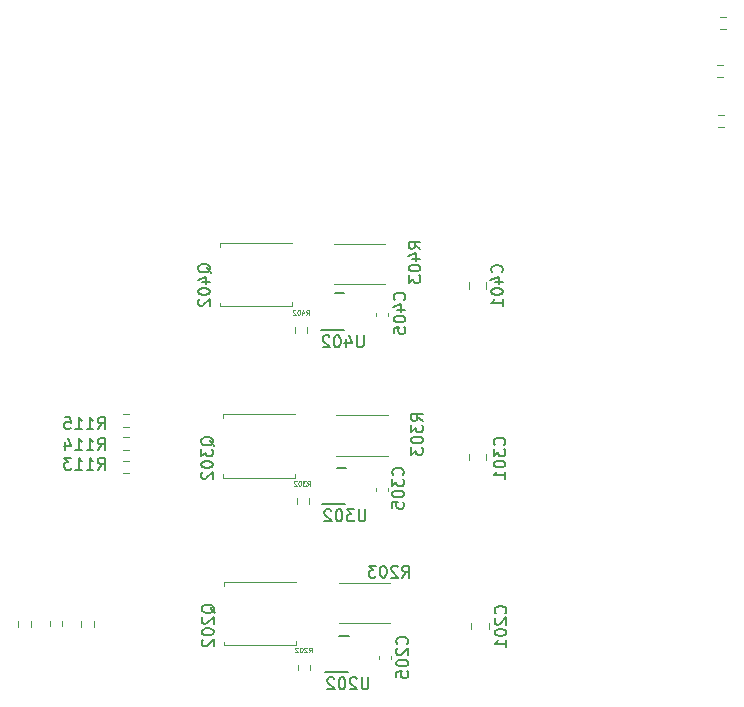
<source format=gbr>
%TF.GenerationSoftware,KiCad,Pcbnew,7.0.9*%
%TF.CreationDate,2023-12-30T21:06:32-05:00*%
%TF.ProjectId,esc,6573632e-6b69-4636-9164-5f7063625858,rev?*%
%TF.SameCoordinates,Original*%
%TF.FileFunction,Legend,Bot*%
%TF.FilePolarity,Positive*%
%FSLAX46Y46*%
G04 Gerber Fmt 4.6, Leading zero omitted, Abs format (unit mm)*
G04 Created by KiCad (PCBNEW 7.0.9) date 2023-12-30 21:06:32*
%MOMM*%
%LPD*%
G01*
G04 APERTURE LIST*
%ADD10C,0.150000*%
%ADD11C,0.100000*%
%ADD12C,0.200000*%
%ADD13C,0.120000*%
G04 APERTURE END LIST*
D10*
X72021485Y-111773619D02*
X72021485Y-112583142D01*
X72021485Y-112583142D02*
X71973866Y-112678380D01*
X71973866Y-112678380D02*
X71926247Y-112726000D01*
X71926247Y-112726000D02*
X71831009Y-112773619D01*
X71831009Y-112773619D02*
X71640533Y-112773619D01*
X71640533Y-112773619D02*
X71545295Y-112726000D01*
X71545295Y-112726000D02*
X71497676Y-112678380D01*
X71497676Y-112678380D02*
X71450057Y-112583142D01*
X71450057Y-112583142D02*
X71450057Y-111773619D01*
X71069104Y-111773619D02*
X70450057Y-111773619D01*
X70450057Y-111773619D02*
X70783390Y-112154571D01*
X70783390Y-112154571D02*
X70640533Y-112154571D01*
X70640533Y-112154571D02*
X70545295Y-112202190D01*
X70545295Y-112202190D02*
X70497676Y-112249809D01*
X70497676Y-112249809D02*
X70450057Y-112345047D01*
X70450057Y-112345047D02*
X70450057Y-112583142D01*
X70450057Y-112583142D02*
X70497676Y-112678380D01*
X70497676Y-112678380D02*
X70545295Y-112726000D01*
X70545295Y-112726000D02*
X70640533Y-112773619D01*
X70640533Y-112773619D02*
X70926247Y-112773619D01*
X70926247Y-112773619D02*
X71021485Y-112726000D01*
X71021485Y-112726000D02*
X71069104Y-112678380D01*
X69831009Y-111773619D02*
X69735771Y-111773619D01*
X69735771Y-111773619D02*
X69640533Y-111821238D01*
X69640533Y-111821238D02*
X69592914Y-111868857D01*
X69592914Y-111868857D02*
X69545295Y-111964095D01*
X69545295Y-111964095D02*
X69497676Y-112154571D01*
X69497676Y-112154571D02*
X69497676Y-112392666D01*
X69497676Y-112392666D02*
X69545295Y-112583142D01*
X69545295Y-112583142D02*
X69592914Y-112678380D01*
X69592914Y-112678380D02*
X69640533Y-112726000D01*
X69640533Y-112726000D02*
X69735771Y-112773619D01*
X69735771Y-112773619D02*
X69831009Y-112773619D01*
X69831009Y-112773619D02*
X69926247Y-112726000D01*
X69926247Y-112726000D02*
X69973866Y-112678380D01*
X69973866Y-112678380D02*
X70021485Y-112583142D01*
X70021485Y-112583142D02*
X70069104Y-112392666D01*
X70069104Y-112392666D02*
X70069104Y-112154571D01*
X70069104Y-112154571D02*
X70021485Y-111964095D01*
X70021485Y-111964095D02*
X69973866Y-111868857D01*
X69973866Y-111868857D02*
X69926247Y-111821238D01*
X69926247Y-111821238D02*
X69831009Y-111773619D01*
X69116723Y-111868857D02*
X69069104Y-111821238D01*
X69069104Y-111821238D02*
X68973866Y-111773619D01*
X68973866Y-111773619D02*
X68735771Y-111773619D01*
X68735771Y-111773619D02*
X68640533Y-111821238D01*
X68640533Y-111821238D02*
X68592914Y-111868857D01*
X68592914Y-111868857D02*
X68545295Y-111964095D01*
X68545295Y-111964095D02*
X68545295Y-112059333D01*
X68545295Y-112059333D02*
X68592914Y-112202190D01*
X68592914Y-112202190D02*
X69164342Y-112773619D01*
X69164342Y-112773619D02*
X68545295Y-112773619D01*
X72275485Y-125997619D02*
X72275485Y-126807142D01*
X72275485Y-126807142D02*
X72227866Y-126902380D01*
X72227866Y-126902380D02*
X72180247Y-126950000D01*
X72180247Y-126950000D02*
X72085009Y-126997619D01*
X72085009Y-126997619D02*
X71894533Y-126997619D01*
X71894533Y-126997619D02*
X71799295Y-126950000D01*
X71799295Y-126950000D02*
X71751676Y-126902380D01*
X71751676Y-126902380D02*
X71704057Y-126807142D01*
X71704057Y-126807142D02*
X71704057Y-125997619D01*
X71275485Y-126092857D02*
X71227866Y-126045238D01*
X71227866Y-126045238D02*
X71132628Y-125997619D01*
X71132628Y-125997619D02*
X70894533Y-125997619D01*
X70894533Y-125997619D02*
X70799295Y-126045238D01*
X70799295Y-126045238D02*
X70751676Y-126092857D01*
X70751676Y-126092857D02*
X70704057Y-126188095D01*
X70704057Y-126188095D02*
X70704057Y-126283333D01*
X70704057Y-126283333D02*
X70751676Y-126426190D01*
X70751676Y-126426190D02*
X71323104Y-126997619D01*
X71323104Y-126997619D02*
X70704057Y-126997619D01*
X70085009Y-125997619D02*
X69989771Y-125997619D01*
X69989771Y-125997619D02*
X69894533Y-126045238D01*
X69894533Y-126045238D02*
X69846914Y-126092857D01*
X69846914Y-126092857D02*
X69799295Y-126188095D01*
X69799295Y-126188095D02*
X69751676Y-126378571D01*
X69751676Y-126378571D02*
X69751676Y-126616666D01*
X69751676Y-126616666D02*
X69799295Y-126807142D01*
X69799295Y-126807142D02*
X69846914Y-126902380D01*
X69846914Y-126902380D02*
X69894533Y-126950000D01*
X69894533Y-126950000D02*
X69989771Y-126997619D01*
X69989771Y-126997619D02*
X70085009Y-126997619D01*
X70085009Y-126997619D02*
X70180247Y-126950000D01*
X70180247Y-126950000D02*
X70227866Y-126902380D01*
X70227866Y-126902380D02*
X70275485Y-126807142D01*
X70275485Y-126807142D02*
X70323104Y-126616666D01*
X70323104Y-126616666D02*
X70323104Y-126378571D01*
X70323104Y-126378571D02*
X70275485Y-126188095D01*
X70275485Y-126188095D02*
X70227866Y-126092857D01*
X70227866Y-126092857D02*
X70180247Y-126045238D01*
X70180247Y-126045238D02*
X70085009Y-125997619D01*
X69370723Y-126092857D02*
X69323104Y-126045238D01*
X69323104Y-126045238D02*
X69227866Y-125997619D01*
X69227866Y-125997619D02*
X68989771Y-125997619D01*
X68989771Y-125997619D02*
X68894533Y-126045238D01*
X68894533Y-126045238D02*
X68846914Y-126092857D01*
X68846914Y-126092857D02*
X68799295Y-126188095D01*
X68799295Y-126188095D02*
X68799295Y-126283333D01*
X68799295Y-126283333D02*
X68846914Y-126426190D01*
X68846914Y-126426190D02*
X69418342Y-126997619D01*
X69418342Y-126997619D02*
X68799295Y-126997619D01*
X71869085Y-97041619D02*
X71869085Y-97851142D01*
X71869085Y-97851142D02*
X71821466Y-97946380D01*
X71821466Y-97946380D02*
X71773847Y-97994000D01*
X71773847Y-97994000D02*
X71678609Y-98041619D01*
X71678609Y-98041619D02*
X71488133Y-98041619D01*
X71488133Y-98041619D02*
X71392895Y-97994000D01*
X71392895Y-97994000D02*
X71345276Y-97946380D01*
X71345276Y-97946380D02*
X71297657Y-97851142D01*
X71297657Y-97851142D02*
X71297657Y-97041619D01*
X70392895Y-97374952D02*
X70392895Y-98041619D01*
X70630990Y-96994000D02*
X70869085Y-97708285D01*
X70869085Y-97708285D02*
X70250038Y-97708285D01*
X69678609Y-97041619D02*
X69583371Y-97041619D01*
X69583371Y-97041619D02*
X69488133Y-97089238D01*
X69488133Y-97089238D02*
X69440514Y-97136857D01*
X69440514Y-97136857D02*
X69392895Y-97232095D01*
X69392895Y-97232095D02*
X69345276Y-97422571D01*
X69345276Y-97422571D02*
X69345276Y-97660666D01*
X69345276Y-97660666D02*
X69392895Y-97851142D01*
X69392895Y-97851142D02*
X69440514Y-97946380D01*
X69440514Y-97946380D02*
X69488133Y-97994000D01*
X69488133Y-97994000D02*
X69583371Y-98041619D01*
X69583371Y-98041619D02*
X69678609Y-98041619D01*
X69678609Y-98041619D02*
X69773847Y-97994000D01*
X69773847Y-97994000D02*
X69821466Y-97946380D01*
X69821466Y-97946380D02*
X69869085Y-97851142D01*
X69869085Y-97851142D02*
X69916704Y-97660666D01*
X69916704Y-97660666D02*
X69916704Y-97422571D01*
X69916704Y-97422571D02*
X69869085Y-97232095D01*
X69869085Y-97232095D02*
X69821466Y-97136857D01*
X69821466Y-97136857D02*
X69773847Y-97089238D01*
X69773847Y-97089238D02*
X69678609Y-97041619D01*
X68964323Y-97136857D02*
X68916704Y-97089238D01*
X68916704Y-97089238D02*
X68821466Y-97041619D01*
X68821466Y-97041619D02*
X68583371Y-97041619D01*
X68583371Y-97041619D02*
X68488133Y-97089238D01*
X68488133Y-97089238D02*
X68440514Y-97136857D01*
X68440514Y-97136857D02*
X68392895Y-97232095D01*
X68392895Y-97232095D02*
X68392895Y-97327333D01*
X68392895Y-97327333D02*
X68440514Y-97470190D01*
X68440514Y-97470190D02*
X69011942Y-98041619D01*
X69011942Y-98041619D02*
X68392895Y-98041619D01*
X58956264Y-91736924D02*
X58908645Y-91641686D01*
X58908645Y-91641686D02*
X58813407Y-91546448D01*
X58813407Y-91546448D02*
X58670549Y-91403591D01*
X58670549Y-91403591D02*
X58622930Y-91308353D01*
X58622930Y-91308353D02*
X58622930Y-91213115D01*
X58861026Y-91260734D02*
X58813407Y-91165496D01*
X58813407Y-91165496D02*
X58718168Y-91070258D01*
X58718168Y-91070258D02*
X58527692Y-91022639D01*
X58527692Y-91022639D02*
X58194359Y-91022639D01*
X58194359Y-91022639D02*
X58003883Y-91070258D01*
X58003883Y-91070258D02*
X57908645Y-91165496D01*
X57908645Y-91165496D02*
X57861026Y-91260734D01*
X57861026Y-91260734D02*
X57861026Y-91451210D01*
X57861026Y-91451210D02*
X57908645Y-91546448D01*
X57908645Y-91546448D02*
X58003883Y-91641686D01*
X58003883Y-91641686D02*
X58194359Y-91689305D01*
X58194359Y-91689305D02*
X58527692Y-91689305D01*
X58527692Y-91689305D02*
X58718168Y-91641686D01*
X58718168Y-91641686D02*
X58813407Y-91546448D01*
X58813407Y-91546448D02*
X58861026Y-91451210D01*
X58861026Y-91451210D02*
X58861026Y-91260734D01*
X58194359Y-92546448D02*
X58861026Y-92546448D01*
X57813407Y-92308353D02*
X58527692Y-92070258D01*
X58527692Y-92070258D02*
X58527692Y-92689305D01*
X57861026Y-93260734D02*
X57861026Y-93355972D01*
X57861026Y-93355972D02*
X57908645Y-93451210D01*
X57908645Y-93451210D02*
X57956264Y-93498829D01*
X57956264Y-93498829D02*
X58051502Y-93546448D01*
X58051502Y-93546448D02*
X58241978Y-93594067D01*
X58241978Y-93594067D02*
X58480073Y-93594067D01*
X58480073Y-93594067D02*
X58670549Y-93546448D01*
X58670549Y-93546448D02*
X58765787Y-93498829D01*
X58765787Y-93498829D02*
X58813407Y-93451210D01*
X58813407Y-93451210D02*
X58861026Y-93355972D01*
X58861026Y-93355972D02*
X58861026Y-93260734D01*
X58861026Y-93260734D02*
X58813407Y-93165496D01*
X58813407Y-93165496D02*
X58765787Y-93117877D01*
X58765787Y-93117877D02*
X58670549Y-93070258D01*
X58670549Y-93070258D02*
X58480073Y-93022639D01*
X58480073Y-93022639D02*
X58241978Y-93022639D01*
X58241978Y-93022639D02*
X58051502Y-93070258D01*
X58051502Y-93070258D02*
X57956264Y-93117877D01*
X57956264Y-93117877D02*
X57908645Y-93165496D01*
X57908645Y-93165496D02*
X57861026Y-93260734D01*
X57956264Y-93975020D02*
X57908645Y-94022639D01*
X57908645Y-94022639D02*
X57861026Y-94117877D01*
X57861026Y-94117877D02*
X57861026Y-94355972D01*
X57861026Y-94355972D02*
X57908645Y-94451210D01*
X57908645Y-94451210D02*
X57956264Y-94498829D01*
X57956264Y-94498829D02*
X58051502Y-94546448D01*
X58051502Y-94546448D02*
X58146740Y-94546448D01*
X58146740Y-94546448D02*
X58289597Y-94498829D01*
X58289597Y-94498829D02*
X58861026Y-93927401D01*
X58861026Y-93927401D02*
X58861026Y-94546448D01*
X75146254Y-117535363D02*
X75479587Y-117059172D01*
X75717682Y-117535363D02*
X75717682Y-116535363D01*
X75717682Y-116535363D02*
X75336730Y-116535363D01*
X75336730Y-116535363D02*
X75241492Y-116582982D01*
X75241492Y-116582982D02*
X75193873Y-116630601D01*
X75193873Y-116630601D02*
X75146254Y-116725839D01*
X75146254Y-116725839D02*
X75146254Y-116868696D01*
X75146254Y-116868696D02*
X75193873Y-116963934D01*
X75193873Y-116963934D02*
X75241492Y-117011553D01*
X75241492Y-117011553D02*
X75336730Y-117059172D01*
X75336730Y-117059172D02*
X75717682Y-117059172D01*
X74765301Y-116630601D02*
X74717682Y-116582982D01*
X74717682Y-116582982D02*
X74622444Y-116535363D01*
X74622444Y-116535363D02*
X74384349Y-116535363D01*
X74384349Y-116535363D02*
X74289111Y-116582982D01*
X74289111Y-116582982D02*
X74241492Y-116630601D01*
X74241492Y-116630601D02*
X74193873Y-116725839D01*
X74193873Y-116725839D02*
X74193873Y-116821077D01*
X74193873Y-116821077D02*
X74241492Y-116963934D01*
X74241492Y-116963934D02*
X74812920Y-117535363D01*
X74812920Y-117535363D02*
X74193873Y-117535363D01*
X73574825Y-116535363D02*
X73479587Y-116535363D01*
X73479587Y-116535363D02*
X73384349Y-116582982D01*
X73384349Y-116582982D02*
X73336730Y-116630601D01*
X73336730Y-116630601D02*
X73289111Y-116725839D01*
X73289111Y-116725839D02*
X73241492Y-116916315D01*
X73241492Y-116916315D02*
X73241492Y-117154410D01*
X73241492Y-117154410D02*
X73289111Y-117344886D01*
X73289111Y-117344886D02*
X73336730Y-117440124D01*
X73336730Y-117440124D02*
X73384349Y-117487744D01*
X73384349Y-117487744D02*
X73479587Y-117535363D01*
X73479587Y-117535363D02*
X73574825Y-117535363D01*
X73574825Y-117535363D02*
X73670063Y-117487744D01*
X73670063Y-117487744D02*
X73717682Y-117440124D01*
X73717682Y-117440124D02*
X73765301Y-117344886D01*
X73765301Y-117344886D02*
X73812920Y-117154410D01*
X73812920Y-117154410D02*
X73812920Y-116916315D01*
X73812920Y-116916315D02*
X73765301Y-116725839D01*
X73765301Y-116725839D02*
X73717682Y-116630601D01*
X73717682Y-116630601D02*
X73670063Y-116582982D01*
X73670063Y-116582982D02*
X73574825Y-116535363D01*
X72908158Y-116535363D02*
X72289111Y-116535363D01*
X72289111Y-116535363D02*
X72622444Y-116916315D01*
X72622444Y-116916315D02*
X72479587Y-116916315D01*
X72479587Y-116916315D02*
X72384349Y-116963934D01*
X72384349Y-116963934D02*
X72336730Y-117011553D01*
X72336730Y-117011553D02*
X72289111Y-117106791D01*
X72289111Y-117106791D02*
X72289111Y-117344886D01*
X72289111Y-117344886D02*
X72336730Y-117440124D01*
X72336730Y-117440124D02*
X72384349Y-117487744D01*
X72384349Y-117487744D02*
X72479587Y-117535363D01*
X72479587Y-117535363D02*
X72765301Y-117535363D01*
X72765301Y-117535363D02*
X72860539Y-117487744D01*
X72860539Y-117487744D02*
X72908158Y-117440124D01*
X83870787Y-120580446D02*
X83918407Y-120532827D01*
X83918407Y-120532827D02*
X83966026Y-120389970D01*
X83966026Y-120389970D02*
X83966026Y-120294732D01*
X83966026Y-120294732D02*
X83918407Y-120151875D01*
X83918407Y-120151875D02*
X83823168Y-120056637D01*
X83823168Y-120056637D02*
X83727930Y-120009018D01*
X83727930Y-120009018D02*
X83537454Y-119961399D01*
X83537454Y-119961399D02*
X83394597Y-119961399D01*
X83394597Y-119961399D02*
X83204121Y-120009018D01*
X83204121Y-120009018D02*
X83108883Y-120056637D01*
X83108883Y-120056637D02*
X83013645Y-120151875D01*
X83013645Y-120151875D02*
X82966026Y-120294732D01*
X82966026Y-120294732D02*
X82966026Y-120389970D01*
X82966026Y-120389970D02*
X83013645Y-120532827D01*
X83013645Y-120532827D02*
X83061264Y-120580446D01*
X83061264Y-120961399D02*
X83013645Y-121009018D01*
X83013645Y-121009018D02*
X82966026Y-121104256D01*
X82966026Y-121104256D02*
X82966026Y-121342351D01*
X82966026Y-121342351D02*
X83013645Y-121437589D01*
X83013645Y-121437589D02*
X83061264Y-121485208D01*
X83061264Y-121485208D02*
X83156502Y-121532827D01*
X83156502Y-121532827D02*
X83251740Y-121532827D01*
X83251740Y-121532827D02*
X83394597Y-121485208D01*
X83394597Y-121485208D02*
X83966026Y-120913780D01*
X83966026Y-120913780D02*
X83966026Y-121532827D01*
X82966026Y-122151875D02*
X82966026Y-122247113D01*
X82966026Y-122247113D02*
X83013645Y-122342351D01*
X83013645Y-122342351D02*
X83061264Y-122389970D01*
X83061264Y-122389970D02*
X83156502Y-122437589D01*
X83156502Y-122437589D02*
X83346978Y-122485208D01*
X83346978Y-122485208D02*
X83585073Y-122485208D01*
X83585073Y-122485208D02*
X83775549Y-122437589D01*
X83775549Y-122437589D02*
X83870787Y-122389970D01*
X83870787Y-122389970D02*
X83918407Y-122342351D01*
X83918407Y-122342351D02*
X83966026Y-122247113D01*
X83966026Y-122247113D02*
X83966026Y-122151875D01*
X83966026Y-122151875D02*
X83918407Y-122056637D01*
X83918407Y-122056637D02*
X83870787Y-122009018D01*
X83870787Y-122009018D02*
X83775549Y-121961399D01*
X83775549Y-121961399D02*
X83585073Y-121913780D01*
X83585073Y-121913780D02*
X83346978Y-121913780D01*
X83346978Y-121913780D02*
X83156502Y-121961399D01*
X83156502Y-121961399D02*
X83061264Y-122009018D01*
X83061264Y-122009018D02*
X83013645Y-122056637D01*
X83013645Y-122056637D02*
X82966026Y-122151875D01*
X83966026Y-123437589D02*
X83966026Y-122866161D01*
X83966026Y-123151875D02*
X82966026Y-123151875D01*
X82966026Y-123151875D02*
X83108883Y-123056637D01*
X83108883Y-123056637D02*
X83204121Y-122961399D01*
X83204121Y-122961399D02*
X83251740Y-122866161D01*
D11*
X67014825Y-95289391D02*
X67148158Y-95098915D01*
X67243396Y-95289391D02*
X67243396Y-94889391D01*
X67243396Y-94889391D02*
X67091015Y-94889391D01*
X67091015Y-94889391D02*
X67052920Y-94908439D01*
X67052920Y-94908439D02*
X67033873Y-94927486D01*
X67033873Y-94927486D02*
X67014825Y-94965582D01*
X67014825Y-94965582D02*
X67014825Y-95022724D01*
X67014825Y-95022724D02*
X67033873Y-95060820D01*
X67033873Y-95060820D02*
X67052920Y-95079867D01*
X67052920Y-95079867D02*
X67091015Y-95098915D01*
X67091015Y-95098915D02*
X67243396Y-95098915D01*
X66671968Y-95022724D02*
X66671968Y-95289391D01*
X66767206Y-94870344D02*
X66862444Y-95156058D01*
X66862444Y-95156058D02*
X66614825Y-95156058D01*
X66386254Y-94889391D02*
X66348159Y-94889391D01*
X66348159Y-94889391D02*
X66310063Y-94908439D01*
X66310063Y-94908439D02*
X66291016Y-94927486D01*
X66291016Y-94927486D02*
X66271968Y-94965582D01*
X66271968Y-94965582D02*
X66252921Y-95041772D01*
X66252921Y-95041772D02*
X66252921Y-95137010D01*
X66252921Y-95137010D02*
X66271968Y-95213201D01*
X66271968Y-95213201D02*
X66291016Y-95251296D01*
X66291016Y-95251296D02*
X66310063Y-95270344D01*
X66310063Y-95270344D02*
X66348159Y-95289391D01*
X66348159Y-95289391D02*
X66386254Y-95289391D01*
X66386254Y-95289391D02*
X66424349Y-95270344D01*
X66424349Y-95270344D02*
X66443397Y-95251296D01*
X66443397Y-95251296D02*
X66462444Y-95213201D01*
X66462444Y-95213201D02*
X66481492Y-95137010D01*
X66481492Y-95137010D02*
X66481492Y-95041772D01*
X66481492Y-95041772D02*
X66462444Y-94965582D01*
X66462444Y-94965582D02*
X66443397Y-94927486D01*
X66443397Y-94927486D02*
X66424349Y-94908439D01*
X66424349Y-94908439D02*
X66386254Y-94889391D01*
X66100540Y-94927486D02*
X66081492Y-94908439D01*
X66081492Y-94908439D02*
X66043397Y-94889391D01*
X66043397Y-94889391D02*
X65948159Y-94889391D01*
X65948159Y-94889391D02*
X65910064Y-94908439D01*
X65910064Y-94908439D02*
X65891016Y-94927486D01*
X65891016Y-94927486D02*
X65871969Y-94965582D01*
X65871969Y-94965582D02*
X65871969Y-95003677D01*
X65871969Y-95003677D02*
X65891016Y-95060820D01*
X65891016Y-95060820D02*
X66119588Y-95289391D01*
X66119588Y-95289391D02*
X65871969Y-95289391D01*
X67108825Y-109767391D02*
X67242158Y-109576915D01*
X67337396Y-109767391D02*
X67337396Y-109367391D01*
X67337396Y-109367391D02*
X67185015Y-109367391D01*
X67185015Y-109367391D02*
X67146920Y-109386439D01*
X67146920Y-109386439D02*
X67127873Y-109405486D01*
X67127873Y-109405486D02*
X67108825Y-109443582D01*
X67108825Y-109443582D02*
X67108825Y-109500724D01*
X67108825Y-109500724D02*
X67127873Y-109538820D01*
X67127873Y-109538820D02*
X67146920Y-109557867D01*
X67146920Y-109557867D02*
X67185015Y-109576915D01*
X67185015Y-109576915D02*
X67337396Y-109576915D01*
X66975492Y-109367391D02*
X66727873Y-109367391D01*
X66727873Y-109367391D02*
X66861206Y-109519772D01*
X66861206Y-109519772D02*
X66804063Y-109519772D01*
X66804063Y-109519772D02*
X66765968Y-109538820D01*
X66765968Y-109538820D02*
X66746920Y-109557867D01*
X66746920Y-109557867D02*
X66727873Y-109595963D01*
X66727873Y-109595963D02*
X66727873Y-109691201D01*
X66727873Y-109691201D02*
X66746920Y-109729296D01*
X66746920Y-109729296D02*
X66765968Y-109748344D01*
X66765968Y-109748344D02*
X66804063Y-109767391D01*
X66804063Y-109767391D02*
X66918349Y-109767391D01*
X66918349Y-109767391D02*
X66956444Y-109748344D01*
X66956444Y-109748344D02*
X66975492Y-109729296D01*
X66480254Y-109367391D02*
X66442159Y-109367391D01*
X66442159Y-109367391D02*
X66404063Y-109386439D01*
X66404063Y-109386439D02*
X66385016Y-109405486D01*
X66385016Y-109405486D02*
X66365968Y-109443582D01*
X66365968Y-109443582D02*
X66346921Y-109519772D01*
X66346921Y-109519772D02*
X66346921Y-109615010D01*
X66346921Y-109615010D02*
X66365968Y-109691201D01*
X66365968Y-109691201D02*
X66385016Y-109729296D01*
X66385016Y-109729296D02*
X66404063Y-109748344D01*
X66404063Y-109748344D02*
X66442159Y-109767391D01*
X66442159Y-109767391D02*
X66480254Y-109767391D01*
X66480254Y-109767391D02*
X66518349Y-109748344D01*
X66518349Y-109748344D02*
X66537397Y-109729296D01*
X66537397Y-109729296D02*
X66556444Y-109691201D01*
X66556444Y-109691201D02*
X66575492Y-109615010D01*
X66575492Y-109615010D02*
X66575492Y-109519772D01*
X66575492Y-109519772D02*
X66556444Y-109443582D01*
X66556444Y-109443582D02*
X66537397Y-109405486D01*
X66537397Y-109405486D02*
X66518349Y-109386439D01*
X66518349Y-109386439D02*
X66480254Y-109367391D01*
X66194540Y-109405486D02*
X66175492Y-109386439D01*
X66175492Y-109386439D02*
X66137397Y-109367391D01*
X66137397Y-109367391D02*
X66042159Y-109367391D01*
X66042159Y-109367391D02*
X66004064Y-109386439D01*
X66004064Y-109386439D02*
X65985016Y-109405486D01*
X65985016Y-109405486D02*
X65965969Y-109443582D01*
X65965969Y-109443582D02*
X65965969Y-109481677D01*
X65965969Y-109481677D02*
X65985016Y-109538820D01*
X65985016Y-109538820D02*
X66213588Y-109767391D01*
X66213588Y-109767391D02*
X65965969Y-109767391D01*
D10*
X49365254Y-104962363D02*
X49698587Y-104486172D01*
X49936682Y-104962363D02*
X49936682Y-103962363D01*
X49936682Y-103962363D02*
X49555730Y-103962363D01*
X49555730Y-103962363D02*
X49460492Y-104009982D01*
X49460492Y-104009982D02*
X49412873Y-104057601D01*
X49412873Y-104057601D02*
X49365254Y-104152839D01*
X49365254Y-104152839D02*
X49365254Y-104295696D01*
X49365254Y-104295696D02*
X49412873Y-104390934D01*
X49412873Y-104390934D02*
X49460492Y-104438553D01*
X49460492Y-104438553D02*
X49555730Y-104486172D01*
X49555730Y-104486172D02*
X49936682Y-104486172D01*
X48412873Y-104962363D02*
X48984301Y-104962363D01*
X48698587Y-104962363D02*
X48698587Y-103962363D01*
X48698587Y-103962363D02*
X48793825Y-104105220D01*
X48793825Y-104105220D02*
X48889063Y-104200458D01*
X48889063Y-104200458D02*
X48984301Y-104248077D01*
X47460492Y-104962363D02*
X48031920Y-104962363D01*
X47746206Y-104962363D02*
X47746206Y-103962363D01*
X47746206Y-103962363D02*
X47841444Y-104105220D01*
X47841444Y-104105220D02*
X47936682Y-104200458D01*
X47936682Y-104200458D02*
X48031920Y-104248077D01*
X46555730Y-103962363D02*
X47031920Y-103962363D01*
X47031920Y-103962363D02*
X47079539Y-104438553D01*
X47079539Y-104438553D02*
X47031920Y-104390934D01*
X47031920Y-104390934D02*
X46936682Y-104343315D01*
X46936682Y-104343315D02*
X46698587Y-104343315D01*
X46698587Y-104343315D02*
X46603349Y-104390934D01*
X46603349Y-104390934D02*
X46555730Y-104438553D01*
X46555730Y-104438553D02*
X46508111Y-104533791D01*
X46508111Y-104533791D02*
X46508111Y-104771886D01*
X46508111Y-104771886D02*
X46555730Y-104867124D01*
X46555730Y-104867124D02*
X46603349Y-104914744D01*
X46603349Y-104914744D02*
X46698587Y-104962363D01*
X46698587Y-104962363D02*
X46936682Y-104962363D01*
X46936682Y-104962363D02*
X47031920Y-104914744D01*
X47031920Y-104914744D02*
X47079539Y-104867124D01*
X75308787Y-94039496D02*
X75356407Y-93991877D01*
X75356407Y-93991877D02*
X75404026Y-93849020D01*
X75404026Y-93849020D02*
X75404026Y-93753782D01*
X75404026Y-93753782D02*
X75356407Y-93610925D01*
X75356407Y-93610925D02*
X75261168Y-93515687D01*
X75261168Y-93515687D02*
X75165930Y-93468068D01*
X75165930Y-93468068D02*
X74975454Y-93420449D01*
X74975454Y-93420449D02*
X74832597Y-93420449D01*
X74832597Y-93420449D02*
X74642121Y-93468068D01*
X74642121Y-93468068D02*
X74546883Y-93515687D01*
X74546883Y-93515687D02*
X74451645Y-93610925D01*
X74451645Y-93610925D02*
X74404026Y-93753782D01*
X74404026Y-93753782D02*
X74404026Y-93849020D01*
X74404026Y-93849020D02*
X74451645Y-93991877D01*
X74451645Y-93991877D02*
X74499264Y-94039496D01*
X74737359Y-94896639D02*
X75404026Y-94896639D01*
X74356407Y-94658544D02*
X75070692Y-94420449D01*
X75070692Y-94420449D02*
X75070692Y-95039496D01*
X74404026Y-95610925D02*
X74404026Y-95706163D01*
X74404026Y-95706163D02*
X74451645Y-95801401D01*
X74451645Y-95801401D02*
X74499264Y-95849020D01*
X74499264Y-95849020D02*
X74594502Y-95896639D01*
X74594502Y-95896639D02*
X74784978Y-95944258D01*
X74784978Y-95944258D02*
X75023073Y-95944258D01*
X75023073Y-95944258D02*
X75213549Y-95896639D01*
X75213549Y-95896639D02*
X75308787Y-95849020D01*
X75308787Y-95849020D02*
X75356407Y-95801401D01*
X75356407Y-95801401D02*
X75404026Y-95706163D01*
X75404026Y-95706163D02*
X75404026Y-95610925D01*
X75404026Y-95610925D02*
X75356407Y-95515687D01*
X75356407Y-95515687D02*
X75308787Y-95468068D01*
X75308787Y-95468068D02*
X75213549Y-95420449D01*
X75213549Y-95420449D02*
X75023073Y-95372830D01*
X75023073Y-95372830D02*
X74784978Y-95372830D01*
X74784978Y-95372830D02*
X74594502Y-95420449D01*
X74594502Y-95420449D02*
X74499264Y-95468068D01*
X74499264Y-95468068D02*
X74451645Y-95515687D01*
X74451645Y-95515687D02*
X74404026Y-95610925D01*
X74404026Y-96849020D02*
X74404026Y-96372830D01*
X74404026Y-96372830D02*
X74880216Y-96325211D01*
X74880216Y-96325211D02*
X74832597Y-96372830D01*
X74832597Y-96372830D02*
X74784978Y-96468068D01*
X74784978Y-96468068D02*
X74784978Y-96706163D01*
X74784978Y-96706163D02*
X74832597Y-96801401D01*
X74832597Y-96801401D02*
X74880216Y-96849020D01*
X74880216Y-96849020D02*
X74975454Y-96896639D01*
X74975454Y-96896639D02*
X75213549Y-96896639D01*
X75213549Y-96896639D02*
X75308787Y-96849020D01*
X75308787Y-96849020D02*
X75356407Y-96801401D01*
X75356407Y-96801401D02*
X75404026Y-96706163D01*
X75404026Y-96706163D02*
X75404026Y-96468068D01*
X75404026Y-96468068D02*
X75356407Y-96372830D01*
X75356407Y-96372830D02*
X75308787Y-96325211D01*
X75537787Y-123161496D02*
X75585407Y-123113877D01*
X75585407Y-123113877D02*
X75633026Y-122971020D01*
X75633026Y-122971020D02*
X75633026Y-122875782D01*
X75633026Y-122875782D02*
X75585407Y-122732925D01*
X75585407Y-122732925D02*
X75490168Y-122637687D01*
X75490168Y-122637687D02*
X75394930Y-122590068D01*
X75394930Y-122590068D02*
X75204454Y-122542449D01*
X75204454Y-122542449D02*
X75061597Y-122542449D01*
X75061597Y-122542449D02*
X74871121Y-122590068D01*
X74871121Y-122590068D02*
X74775883Y-122637687D01*
X74775883Y-122637687D02*
X74680645Y-122732925D01*
X74680645Y-122732925D02*
X74633026Y-122875782D01*
X74633026Y-122875782D02*
X74633026Y-122971020D01*
X74633026Y-122971020D02*
X74680645Y-123113877D01*
X74680645Y-123113877D02*
X74728264Y-123161496D01*
X74728264Y-123542449D02*
X74680645Y-123590068D01*
X74680645Y-123590068D02*
X74633026Y-123685306D01*
X74633026Y-123685306D02*
X74633026Y-123923401D01*
X74633026Y-123923401D02*
X74680645Y-124018639D01*
X74680645Y-124018639D02*
X74728264Y-124066258D01*
X74728264Y-124066258D02*
X74823502Y-124113877D01*
X74823502Y-124113877D02*
X74918740Y-124113877D01*
X74918740Y-124113877D02*
X75061597Y-124066258D01*
X75061597Y-124066258D02*
X75633026Y-123494830D01*
X75633026Y-123494830D02*
X75633026Y-124113877D01*
X74633026Y-124732925D02*
X74633026Y-124828163D01*
X74633026Y-124828163D02*
X74680645Y-124923401D01*
X74680645Y-124923401D02*
X74728264Y-124971020D01*
X74728264Y-124971020D02*
X74823502Y-125018639D01*
X74823502Y-125018639D02*
X75013978Y-125066258D01*
X75013978Y-125066258D02*
X75252073Y-125066258D01*
X75252073Y-125066258D02*
X75442549Y-125018639D01*
X75442549Y-125018639D02*
X75537787Y-124971020D01*
X75537787Y-124971020D02*
X75585407Y-124923401D01*
X75585407Y-124923401D02*
X75633026Y-124828163D01*
X75633026Y-124828163D02*
X75633026Y-124732925D01*
X75633026Y-124732925D02*
X75585407Y-124637687D01*
X75585407Y-124637687D02*
X75537787Y-124590068D01*
X75537787Y-124590068D02*
X75442549Y-124542449D01*
X75442549Y-124542449D02*
X75252073Y-124494830D01*
X75252073Y-124494830D02*
X75013978Y-124494830D01*
X75013978Y-124494830D02*
X74823502Y-124542449D01*
X74823502Y-124542449D02*
X74728264Y-124590068D01*
X74728264Y-124590068D02*
X74680645Y-124637687D01*
X74680645Y-124637687D02*
X74633026Y-124732925D01*
X74633026Y-125971020D02*
X74633026Y-125494830D01*
X74633026Y-125494830D02*
X75109216Y-125447211D01*
X75109216Y-125447211D02*
X75061597Y-125494830D01*
X75061597Y-125494830D02*
X75013978Y-125590068D01*
X75013978Y-125590068D02*
X75013978Y-125828163D01*
X75013978Y-125828163D02*
X75061597Y-125923401D01*
X75061597Y-125923401D02*
X75109216Y-125971020D01*
X75109216Y-125971020D02*
X75204454Y-126018639D01*
X75204454Y-126018639D02*
X75442549Y-126018639D01*
X75442549Y-126018639D02*
X75537787Y-125971020D01*
X75537787Y-125971020D02*
X75585407Y-125923401D01*
X75585407Y-125923401D02*
X75633026Y-125828163D01*
X75633026Y-125828163D02*
X75633026Y-125590068D01*
X75633026Y-125590068D02*
X75585407Y-125494830D01*
X75585407Y-125494830D02*
X75537787Y-125447211D01*
X83559787Y-91696346D02*
X83607407Y-91648727D01*
X83607407Y-91648727D02*
X83655026Y-91505870D01*
X83655026Y-91505870D02*
X83655026Y-91410632D01*
X83655026Y-91410632D02*
X83607407Y-91267775D01*
X83607407Y-91267775D02*
X83512168Y-91172537D01*
X83512168Y-91172537D02*
X83416930Y-91124918D01*
X83416930Y-91124918D02*
X83226454Y-91077299D01*
X83226454Y-91077299D02*
X83083597Y-91077299D01*
X83083597Y-91077299D02*
X82893121Y-91124918D01*
X82893121Y-91124918D02*
X82797883Y-91172537D01*
X82797883Y-91172537D02*
X82702645Y-91267775D01*
X82702645Y-91267775D02*
X82655026Y-91410632D01*
X82655026Y-91410632D02*
X82655026Y-91505870D01*
X82655026Y-91505870D02*
X82702645Y-91648727D01*
X82702645Y-91648727D02*
X82750264Y-91696346D01*
X82988359Y-92553489D02*
X83655026Y-92553489D01*
X82607407Y-92315394D02*
X83321692Y-92077299D01*
X83321692Y-92077299D02*
X83321692Y-92696346D01*
X82655026Y-93267775D02*
X82655026Y-93363013D01*
X82655026Y-93363013D02*
X82702645Y-93458251D01*
X82702645Y-93458251D02*
X82750264Y-93505870D01*
X82750264Y-93505870D02*
X82845502Y-93553489D01*
X82845502Y-93553489D02*
X83035978Y-93601108D01*
X83035978Y-93601108D02*
X83274073Y-93601108D01*
X83274073Y-93601108D02*
X83464549Y-93553489D01*
X83464549Y-93553489D02*
X83559787Y-93505870D01*
X83559787Y-93505870D02*
X83607407Y-93458251D01*
X83607407Y-93458251D02*
X83655026Y-93363013D01*
X83655026Y-93363013D02*
X83655026Y-93267775D01*
X83655026Y-93267775D02*
X83607407Y-93172537D01*
X83607407Y-93172537D02*
X83559787Y-93124918D01*
X83559787Y-93124918D02*
X83464549Y-93077299D01*
X83464549Y-93077299D02*
X83274073Y-93029680D01*
X83274073Y-93029680D02*
X83035978Y-93029680D01*
X83035978Y-93029680D02*
X82845502Y-93077299D01*
X82845502Y-93077299D02*
X82750264Y-93124918D01*
X82750264Y-93124918D02*
X82702645Y-93172537D01*
X82702645Y-93172537D02*
X82655026Y-93267775D01*
X83655026Y-94553489D02*
X83655026Y-93982061D01*
X83655026Y-94267775D02*
X82655026Y-94267775D01*
X82655026Y-94267775D02*
X82797883Y-94172537D01*
X82797883Y-94172537D02*
X82893121Y-94077299D01*
X82893121Y-94077299D02*
X82940740Y-93982061D01*
X83784787Y-106309496D02*
X83832407Y-106261877D01*
X83832407Y-106261877D02*
X83880026Y-106119020D01*
X83880026Y-106119020D02*
X83880026Y-106023782D01*
X83880026Y-106023782D02*
X83832407Y-105880925D01*
X83832407Y-105880925D02*
X83737168Y-105785687D01*
X83737168Y-105785687D02*
X83641930Y-105738068D01*
X83641930Y-105738068D02*
X83451454Y-105690449D01*
X83451454Y-105690449D02*
X83308597Y-105690449D01*
X83308597Y-105690449D02*
X83118121Y-105738068D01*
X83118121Y-105738068D02*
X83022883Y-105785687D01*
X83022883Y-105785687D02*
X82927645Y-105880925D01*
X82927645Y-105880925D02*
X82880026Y-106023782D01*
X82880026Y-106023782D02*
X82880026Y-106119020D01*
X82880026Y-106119020D02*
X82927645Y-106261877D01*
X82927645Y-106261877D02*
X82975264Y-106309496D01*
X82880026Y-106642830D02*
X82880026Y-107261877D01*
X82880026Y-107261877D02*
X83260978Y-106928544D01*
X83260978Y-106928544D02*
X83260978Y-107071401D01*
X83260978Y-107071401D02*
X83308597Y-107166639D01*
X83308597Y-107166639D02*
X83356216Y-107214258D01*
X83356216Y-107214258D02*
X83451454Y-107261877D01*
X83451454Y-107261877D02*
X83689549Y-107261877D01*
X83689549Y-107261877D02*
X83784787Y-107214258D01*
X83784787Y-107214258D02*
X83832407Y-107166639D01*
X83832407Y-107166639D02*
X83880026Y-107071401D01*
X83880026Y-107071401D02*
X83880026Y-106785687D01*
X83880026Y-106785687D02*
X83832407Y-106690449D01*
X83832407Y-106690449D02*
X83784787Y-106642830D01*
X82880026Y-107880925D02*
X82880026Y-107976163D01*
X82880026Y-107976163D02*
X82927645Y-108071401D01*
X82927645Y-108071401D02*
X82975264Y-108119020D01*
X82975264Y-108119020D02*
X83070502Y-108166639D01*
X83070502Y-108166639D02*
X83260978Y-108214258D01*
X83260978Y-108214258D02*
X83499073Y-108214258D01*
X83499073Y-108214258D02*
X83689549Y-108166639D01*
X83689549Y-108166639D02*
X83784787Y-108119020D01*
X83784787Y-108119020D02*
X83832407Y-108071401D01*
X83832407Y-108071401D02*
X83880026Y-107976163D01*
X83880026Y-107976163D02*
X83880026Y-107880925D01*
X83880026Y-107880925D02*
X83832407Y-107785687D01*
X83832407Y-107785687D02*
X83784787Y-107738068D01*
X83784787Y-107738068D02*
X83689549Y-107690449D01*
X83689549Y-107690449D02*
X83499073Y-107642830D01*
X83499073Y-107642830D02*
X83260978Y-107642830D01*
X83260978Y-107642830D02*
X83070502Y-107690449D01*
X83070502Y-107690449D02*
X82975264Y-107738068D01*
X82975264Y-107738068D02*
X82927645Y-107785687D01*
X82927645Y-107785687D02*
X82880026Y-107880925D01*
X83880026Y-109166639D02*
X83880026Y-108595211D01*
X83880026Y-108880925D02*
X82880026Y-108880925D01*
X82880026Y-108880925D02*
X83022883Y-108785687D01*
X83022883Y-108785687D02*
X83118121Y-108690449D01*
X83118121Y-108690449D02*
X83165740Y-108595211D01*
X59210264Y-106380924D02*
X59162645Y-106285686D01*
X59162645Y-106285686D02*
X59067407Y-106190448D01*
X59067407Y-106190448D02*
X58924549Y-106047591D01*
X58924549Y-106047591D02*
X58876930Y-105952353D01*
X58876930Y-105952353D02*
X58876930Y-105857115D01*
X59115026Y-105904734D02*
X59067407Y-105809496D01*
X59067407Y-105809496D02*
X58972168Y-105714258D01*
X58972168Y-105714258D02*
X58781692Y-105666639D01*
X58781692Y-105666639D02*
X58448359Y-105666639D01*
X58448359Y-105666639D02*
X58257883Y-105714258D01*
X58257883Y-105714258D02*
X58162645Y-105809496D01*
X58162645Y-105809496D02*
X58115026Y-105904734D01*
X58115026Y-105904734D02*
X58115026Y-106095210D01*
X58115026Y-106095210D02*
X58162645Y-106190448D01*
X58162645Y-106190448D02*
X58257883Y-106285686D01*
X58257883Y-106285686D02*
X58448359Y-106333305D01*
X58448359Y-106333305D02*
X58781692Y-106333305D01*
X58781692Y-106333305D02*
X58972168Y-106285686D01*
X58972168Y-106285686D02*
X59067407Y-106190448D01*
X59067407Y-106190448D02*
X59115026Y-106095210D01*
X59115026Y-106095210D02*
X59115026Y-105904734D01*
X58115026Y-106666639D02*
X58115026Y-107285686D01*
X58115026Y-107285686D02*
X58495978Y-106952353D01*
X58495978Y-106952353D02*
X58495978Y-107095210D01*
X58495978Y-107095210D02*
X58543597Y-107190448D01*
X58543597Y-107190448D02*
X58591216Y-107238067D01*
X58591216Y-107238067D02*
X58686454Y-107285686D01*
X58686454Y-107285686D02*
X58924549Y-107285686D01*
X58924549Y-107285686D02*
X59019787Y-107238067D01*
X59019787Y-107238067D02*
X59067407Y-107190448D01*
X59067407Y-107190448D02*
X59115026Y-107095210D01*
X59115026Y-107095210D02*
X59115026Y-106809496D01*
X59115026Y-106809496D02*
X59067407Y-106714258D01*
X59067407Y-106714258D02*
X59019787Y-106666639D01*
X58115026Y-107904734D02*
X58115026Y-107999972D01*
X58115026Y-107999972D02*
X58162645Y-108095210D01*
X58162645Y-108095210D02*
X58210264Y-108142829D01*
X58210264Y-108142829D02*
X58305502Y-108190448D01*
X58305502Y-108190448D02*
X58495978Y-108238067D01*
X58495978Y-108238067D02*
X58734073Y-108238067D01*
X58734073Y-108238067D02*
X58924549Y-108190448D01*
X58924549Y-108190448D02*
X59019787Y-108142829D01*
X59019787Y-108142829D02*
X59067407Y-108095210D01*
X59067407Y-108095210D02*
X59115026Y-107999972D01*
X59115026Y-107999972D02*
X59115026Y-107904734D01*
X59115026Y-107904734D02*
X59067407Y-107809496D01*
X59067407Y-107809496D02*
X59019787Y-107761877D01*
X59019787Y-107761877D02*
X58924549Y-107714258D01*
X58924549Y-107714258D02*
X58734073Y-107666639D01*
X58734073Y-107666639D02*
X58495978Y-107666639D01*
X58495978Y-107666639D02*
X58305502Y-107714258D01*
X58305502Y-107714258D02*
X58210264Y-107761877D01*
X58210264Y-107761877D02*
X58162645Y-107809496D01*
X58162645Y-107809496D02*
X58115026Y-107904734D01*
X58210264Y-108619020D02*
X58162645Y-108666639D01*
X58162645Y-108666639D02*
X58115026Y-108761877D01*
X58115026Y-108761877D02*
X58115026Y-108999972D01*
X58115026Y-108999972D02*
X58162645Y-109095210D01*
X58162645Y-109095210D02*
X58210264Y-109142829D01*
X58210264Y-109142829D02*
X58305502Y-109190448D01*
X58305502Y-109190448D02*
X58400740Y-109190448D01*
X58400740Y-109190448D02*
X58543597Y-109142829D01*
X58543597Y-109142829D02*
X59115026Y-108571401D01*
X59115026Y-108571401D02*
X59115026Y-109190448D01*
D11*
X67243825Y-123864391D02*
X67377158Y-123673915D01*
X67472396Y-123864391D02*
X67472396Y-123464391D01*
X67472396Y-123464391D02*
X67320015Y-123464391D01*
X67320015Y-123464391D02*
X67281920Y-123483439D01*
X67281920Y-123483439D02*
X67262873Y-123502486D01*
X67262873Y-123502486D02*
X67243825Y-123540582D01*
X67243825Y-123540582D02*
X67243825Y-123597724D01*
X67243825Y-123597724D02*
X67262873Y-123635820D01*
X67262873Y-123635820D02*
X67281920Y-123654867D01*
X67281920Y-123654867D02*
X67320015Y-123673915D01*
X67320015Y-123673915D02*
X67472396Y-123673915D01*
X67091444Y-123502486D02*
X67072396Y-123483439D01*
X67072396Y-123483439D02*
X67034301Y-123464391D01*
X67034301Y-123464391D02*
X66939063Y-123464391D01*
X66939063Y-123464391D02*
X66900968Y-123483439D01*
X66900968Y-123483439D02*
X66881920Y-123502486D01*
X66881920Y-123502486D02*
X66862873Y-123540582D01*
X66862873Y-123540582D02*
X66862873Y-123578677D01*
X66862873Y-123578677D02*
X66881920Y-123635820D01*
X66881920Y-123635820D02*
X67110492Y-123864391D01*
X67110492Y-123864391D02*
X66862873Y-123864391D01*
X66615254Y-123464391D02*
X66577159Y-123464391D01*
X66577159Y-123464391D02*
X66539063Y-123483439D01*
X66539063Y-123483439D02*
X66520016Y-123502486D01*
X66520016Y-123502486D02*
X66500968Y-123540582D01*
X66500968Y-123540582D02*
X66481921Y-123616772D01*
X66481921Y-123616772D02*
X66481921Y-123712010D01*
X66481921Y-123712010D02*
X66500968Y-123788201D01*
X66500968Y-123788201D02*
X66520016Y-123826296D01*
X66520016Y-123826296D02*
X66539063Y-123845344D01*
X66539063Y-123845344D02*
X66577159Y-123864391D01*
X66577159Y-123864391D02*
X66615254Y-123864391D01*
X66615254Y-123864391D02*
X66653349Y-123845344D01*
X66653349Y-123845344D02*
X66672397Y-123826296D01*
X66672397Y-123826296D02*
X66691444Y-123788201D01*
X66691444Y-123788201D02*
X66710492Y-123712010D01*
X66710492Y-123712010D02*
X66710492Y-123616772D01*
X66710492Y-123616772D02*
X66691444Y-123540582D01*
X66691444Y-123540582D02*
X66672397Y-123502486D01*
X66672397Y-123502486D02*
X66653349Y-123483439D01*
X66653349Y-123483439D02*
X66615254Y-123464391D01*
X66329540Y-123502486D02*
X66310492Y-123483439D01*
X66310492Y-123483439D02*
X66272397Y-123464391D01*
X66272397Y-123464391D02*
X66177159Y-123464391D01*
X66177159Y-123464391D02*
X66139064Y-123483439D01*
X66139064Y-123483439D02*
X66120016Y-123502486D01*
X66120016Y-123502486D02*
X66100969Y-123540582D01*
X66100969Y-123540582D02*
X66100969Y-123578677D01*
X66100969Y-123578677D02*
X66120016Y-123635820D01*
X66120016Y-123635820D02*
X66348588Y-123864391D01*
X66348588Y-123864391D02*
X66100969Y-123864391D01*
D10*
X49365254Y-108391363D02*
X49698587Y-107915172D01*
X49936682Y-108391363D02*
X49936682Y-107391363D01*
X49936682Y-107391363D02*
X49555730Y-107391363D01*
X49555730Y-107391363D02*
X49460492Y-107438982D01*
X49460492Y-107438982D02*
X49412873Y-107486601D01*
X49412873Y-107486601D02*
X49365254Y-107581839D01*
X49365254Y-107581839D02*
X49365254Y-107724696D01*
X49365254Y-107724696D02*
X49412873Y-107819934D01*
X49412873Y-107819934D02*
X49460492Y-107867553D01*
X49460492Y-107867553D02*
X49555730Y-107915172D01*
X49555730Y-107915172D02*
X49936682Y-107915172D01*
X48412873Y-108391363D02*
X48984301Y-108391363D01*
X48698587Y-108391363D02*
X48698587Y-107391363D01*
X48698587Y-107391363D02*
X48793825Y-107534220D01*
X48793825Y-107534220D02*
X48889063Y-107629458D01*
X48889063Y-107629458D02*
X48984301Y-107677077D01*
X47460492Y-108391363D02*
X48031920Y-108391363D01*
X47746206Y-108391363D02*
X47746206Y-107391363D01*
X47746206Y-107391363D02*
X47841444Y-107534220D01*
X47841444Y-107534220D02*
X47936682Y-107629458D01*
X47936682Y-107629458D02*
X48031920Y-107677077D01*
X47127158Y-107391363D02*
X46508111Y-107391363D01*
X46508111Y-107391363D02*
X46841444Y-107772315D01*
X46841444Y-107772315D02*
X46698587Y-107772315D01*
X46698587Y-107772315D02*
X46603349Y-107819934D01*
X46603349Y-107819934D02*
X46555730Y-107867553D01*
X46555730Y-107867553D02*
X46508111Y-107962791D01*
X46508111Y-107962791D02*
X46508111Y-108200886D01*
X46508111Y-108200886D02*
X46555730Y-108296124D01*
X46555730Y-108296124D02*
X46603349Y-108343744D01*
X46603349Y-108343744D02*
X46698587Y-108391363D01*
X46698587Y-108391363D02*
X46984301Y-108391363D01*
X46984301Y-108391363D02*
X47079539Y-108343744D01*
X47079539Y-108343744D02*
X47127158Y-108296124D01*
X76674026Y-89721496D02*
X76197835Y-89388163D01*
X76674026Y-89150068D02*
X75674026Y-89150068D01*
X75674026Y-89150068D02*
X75674026Y-89531020D01*
X75674026Y-89531020D02*
X75721645Y-89626258D01*
X75721645Y-89626258D02*
X75769264Y-89673877D01*
X75769264Y-89673877D02*
X75864502Y-89721496D01*
X75864502Y-89721496D02*
X76007359Y-89721496D01*
X76007359Y-89721496D02*
X76102597Y-89673877D01*
X76102597Y-89673877D02*
X76150216Y-89626258D01*
X76150216Y-89626258D02*
X76197835Y-89531020D01*
X76197835Y-89531020D02*
X76197835Y-89150068D01*
X76007359Y-90578639D02*
X76674026Y-90578639D01*
X75626407Y-90340544D02*
X76340692Y-90102449D01*
X76340692Y-90102449D02*
X76340692Y-90721496D01*
X75674026Y-91292925D02*
X75674026Y-91388163D01*
X75674026Y-91388163D02*
X75721645Y-91483401D01*
X75721645Y-91483401D02*
X75769264Y-91531020D01*
X75769264Y-91531020D02*
X75864502Y-91578639D01*
X75864502Y-91578639D02*
X76054978Y-91626258D01*
X76054978Y-91626258D02*
X76293073Y-91626258D01*
X76293073Y-91626258D02*
X76483549Y-91578639D01*
X76483549Y-91578639D02*
X76578787Y-91531020D01*
X76578787Y-91531020D02*
X76626407Y-91483401D01*
X76626407Y-91483401D02*
X76674026Y-91388163D01*
X76674026Y-91388163D02*
X76674026Y-91292925D01*
X76674026Y-91292925D02*
X76626407Y-91197687D01*
X76626407Y-91197687D02*
X76578787Y-91150068D01*
X76578787Y-91150068D02*
X76483549Y-91102449D01*
X76483549Y-91102449D02*
X76293073Y-91054830D01*
X76293073Y-91054830D02*
X76054978Y-91054830D01*
X76054978Y-91054830D02*
X75864502Y-91102449D01*
X75864502Y-91102449D02*
X75769264Y-91150068D01*
X75769264Y-91150068D02*
X75721645Y-91197687D01*
X75721645Y-91197687D02*
X75674026Y-91292925D01*
X75674026Y-91959592D02*
X75674026Y-92578639D01*
X75674026Y-92578639D02*
X76054978Y-92245306D01*
X76054978Y-92245306D02*
X76054978Y-92388163D01*
X76054978Y-92388163D02*
X76102597Y-92483401D01*
X76102597Y-92483401D02*
X76150216Y-92531020D01*
X76150216Y-92531020D02*
X76245454Y-92578639D01*
X76245454Y-92578639D02*
X76483549Y-92578639D01*
X76483549Y-92578639D02*
X76578787Y-92531020D01*
X76578787Y-92531020D02*
X76626407Y-92483401D01*
X76626407Y-92483401D02*
X76674026Y-92388163D01*
X76674026Y-92388163D02*
X76674026Y-92102449D01*
X76674026Y-92102449D02*
X76626407Y-92007211D01*
X76626407Y-92007211D02*
X76578787Y-91959592D01*
X76895026Y-104277496D02*
X76418835Y-103944163D01*
X76895026Y-103706068D02*
X75895026Y-103706068D01*
X75895026Y-103706068D02*
X75895026Y-104087020D01*
X75895026Y-104087020D02*
X75942645Y-104182258D01*
X75942645Y-104182258D02*
X75990264Y-104229877D01*
X75990264Y-104229877D02*
X76085502Y-104277496D01*
X76085502Y-104277496D02*
X76228359Y-104277496D01*
X76228359Y-104277496D02*
X76323597Y-104229877D01*
X76323597Y-104229877D02*
X76371216Y-104182258D01*
X76371216Y-104182258D02*
X76418835Y-104087020D01*
X76418835Y-104087020D02*
X76418835Y-103706068D01*
X75895026Y-104610830D02*
X75895026Y-105229877D01*
X75895026Y-105229877D02*
X76275978Y-104896544D01*
X76275978Y-104896544D02*
X76275978Y-105039401D01*
X76275978Y-105039401D02*
X76323597Y-105134639D01*
X76323597Y-105134639D02*
X76371216Y-105182258D01*
X76371216Y-105182258D02*
X76466454Y-105229877D01*
X76466454Y-105229877D02*
X76704549Y-105229877D01*
X76704549Y-105229877D02*
X76799787Y-105182258D01*
X76799787Y-105182258D02*
X76847407Y-105134639D01*
X76847407Y-105134639D02*
X76895026Y-105039401D01*
X76895026Y-105039401D02*
X76895026Y-104753687D01*
X76895026Y-104753687D02*
X76847407Y-104658449D01*
X76847407Y-104658449D02*
X76799787Y-104610830D01*
X75895026Y-105848925D02*
X75895026Y-105944163D01*
X75895026Y-105944163D02*
X75942645Y-106039401D01*
X75942645Y-106039401D02*
X75990264Y-106087020D01*
X75990264Y-106087020D02*
X76085502Y-106134639D01*
X76085502Y-106134639D02*
X76275978Y-106182258D01*
X76275978Y-106182258D02*
X76514073Y-106182258D01*
X76514073Y-106182258D02*
X76704549Y-106134639D01*
X76704549Y-106134639D02*
X76799787Y-106087020D01*
X76799787Y-106087020D02*
X76847407Y-106039401D01*
X76847407Y-106039401D02*
X76895026Y-105944163D01*
X76895026Y-105944163D02*
X76895026Y-105848925D01*
X76895026Y-105848925D02*
X76847407Y-105753687D01*
X76847407Y-105753687D02*
X76799787Y-105706068D01*
X76799787Y-105706068D02*
X76704549Y-105658449D01*
X76704549Y-105658449D02*
X76514073Y-105610830D01*
X76514073Y-105610830D02*
X76275978Y-105610830D01*
X76275978Y-105610830D02*
X76085502Y-105658449D01*
X76085502Y-105658449D02*
X75990264Y-105706068D01*
X75990264Y-105706068D02*
X75942645Y-105753687D01*
X75942645Y-105753687D02*
X75895026Y-105848925D01*
X75895026Y-106515592D02*
X75895026Y-107134639D01*
X75895026Y-107134639D02*
X76275978Y-106801306D01*
X76275978Y-106801306D02*
X76275978Y-106944163D01*
X76275978Y-106944163D02*
X76323597Y-107039401D01*
X76323597Y-107039401D02*
X76371216Y-107087020D01*
X76371216Y-107087020D02*
X76466454Y-107134639D01*
X76466454Y-107134639D02*
X76704549Y-107134639D01*
X76704549Y-107134639D02*
X76799787Y-107087020D01*
X76799787Y-107087020D02*
X76847407Y-107039401D01*
X76847407Y-107039401D02*
X76895026Y-106944163D01*
X76895026Y-106944163D02*
X76895026Y-106658449D01*
X76895026Y-106658449D02*
X76847407Y-106563211D01*
X76847407Y-106563211D02*
X76799787Y-106515592D01*
X49365254Y-106740363D02*
X49698587Y-106264172D01*
X49936682Y-106740363D02*
X49936682Y-105740363D01*
X49936682Y-105740363D02*
X49555730Y-105740363D01*
X49555730Y-105740363D02*
X49460492Y-105787982D01*
X49460492Y-105787982D02*
X49412873Y-105835601D01*
X49412873Y-105835601D02*
X49365254Y-105930839D01*
X49365254Y-105930839D02*
X49365254Y-106073696D01*
X49365254Y-106073696D02*
X49412873Y-106168934D01*
X49412873Y-106168934D02*
X49460492Y-106216553D01*
X49460492Y-106216553D02*
X49555730Y-106264172D01*
X49555730Y-106264172D02*
X49936682Y-106264172D01*
X48412873Y-106740363D02*
X48984301Y-106740363D01*
X48698587Y-106740363D02*
X48698587Y-105740363D01*
X48698587Y-105740363D02*
X48793825Y-105883220D01*
X48793825Y-105883220D02*
X48889063Y-105978458D01*
X48889063Y-105978458D02*
X48984301Y-106026077D01*
X47460492Y-106740363D02*
X48031920Y-106740363D01*
X47746206Y-106740363D02*
X47746206Y-105740363D01*
X47746206Y-105740363D02*
X47841444Y-105883220D01*
X47841444Y-105883220D02*
X47936682Y-105978458D01*
X47936682Y-105978458D02*
X48031920Y-106026077D01*
X46603349Y-106073696D02*
X46603349Y-106740363D01*
X46841444Y-105692744D02*
X47079539Y-106407029D01*
X47079539Y-106407029D02*
X46460492Y-106407029D01*
X75174187Y-108849496D02*
X75221807Y-108801877D01*
X75221807Y-108801877D02*
X75269426Y-108659020D01*
X75269426Y-108659020D02*
X75269426Y-108563782D01*
X75269426Y-108563782D02*
X75221807Y-108420925D01*
X75221807Y-108420925D02*
X75126568Y-108325687D01*
X75126568Y-108325687D02*
X75031330Y-108278068D01*
X75031330Y-108278068D02*
X74840854Y-108230449D01*
X74840854Y-108230449D02*
X74697997Y-108230449D01*
X74697997Y-108230449D02*
X74507521Y-108278068D01*
X74507521Y-108278068D02*
X74412283Y-108325687D01*
X74412283Y-108325687D02*
X74317045Y-108420925D01*
X74317045Y-108420925D02*
X74269426Y-108563782D01*
X74269426Y-108563782D02*
X74269426Y-108659020D01*
X74269426Y-108659020D02*
X74317045Y-108801877D01*
X74317045Y-108801877D02*
X74364664Y-108849496D01*
X74269426Y-109182830D02*
X74269426Y-109801877D01*
X74269426Y-109801877D02*
X74650378Y-109468544D01*
X74650378Y-109468544D02*
X74650378Y-109611401D01*
X74650378Y-109611401D02*
X74697997Y-109706639D01*
X74697997Y-109706639D02*
X74745616Y-109754258D01*
X74745616Y-109754258D02*
X74840854Y-109801877D01*
X74840854Y-109801877D02*
X75078949Y-109801877D01*
X75078949Y-109801877D02*
X75174187Y-109754258D01*
X75174187Y-109754258D02*
X75221807Y-109706639D01*
X75221807Y-109706639D02*
X75269426Y-109611401D01*
X75269426Y-109611401D02*
X75269426Y-109325687D01*
X75269426Y-109325687D02*
X75221807Y-109230449D01*
X75221807Y-109230449D02*
X75174187Y-109182830D01*
X74269426Y-110420925D02*
X74269426Y-110516163D01*
X74269426Y-110516163D02*
X74317045Y-110611401D01*
X74317045Y-110611401D02*
X74364664Y-110659020D01*
X74364664Y-110659020D02*
X74459902Y-110706639D01*
X74459902Y-110706639D02*
X74650378Y-110754258D01*
X74650378Y-110754258D02*
X74888473Y-110754258D01*
X74888473Y-110754258D02*
X75078949Y-110706639D01*
X75078949Y-110706639D02*
X75174187Y-110659020D01*
X75174187Y-110659020D02*
X75221807Y-110611401D01*
X75221807Y-110611401D02*
X75269426Y-110516163D01*
X75269426Y-110516163D02*
X75269426Y-110420925D01*
X75269426Y-110420925D02*
X75221807Y-110325687D01*
X75221807Y-110325687D02*
X75174187Y-110278068D01*
X75174187Y-110278068D02*
X75078949Y-110230449D01*
X75078949Y-110230449D02*
X74888473Y-110182830D01*
X74888473Y-110182830D02*
X74650378Y-110182830D01*
X74650378Y-110182830D02*
X74459902Y-110230449D01*
X74459902Y-110230449D02*
X74364664Y-110278068D01*
X74364664Y-110278068D02*
X74317045Y-110325687D01*
X74317045Y-110325687D02*
X74269426Y-110420925D01*
X74269426Y-111659020D02*
X74269426Y-111182830D01*
X74269426Y-111182830D02*
X74745616Y-111135211D01*
X74745616Y-111135211D02*
X74697997Y-111182830D01*
X74697997Y-111182830D02*
X74650378Y-111278068D01*
X74650378Y-111278068D02*
X74650378Y-111516163D01*
X74650378Y-111516163D02*
X74697997Y-111611401D01*
X74697997Y-111611401D02*
X74745616Y-111659020D01*
X74745616Y-111659020D02*
X74840854Y-111706639D01*
X74840854Y-111706639D02*
X75078949Y-111706639D01*
X75078949Y-111706639D02*
X75174187Y-111659020D01*
X75174187Y-111659020D02*
X75221807Y-111611401D01*
X75221807Y-111611401D02*
X75269426Y-111516163D01*
X75269426Y-111516163D02*
X75269426Y-111278068D01*
X75269426Y-111278068D02*
X75221807Y-111182830D01*
X75221807Y-111182830D02*
X75174187Y-111135211D01*
X59268264Y-120565924D02*
X59220645Y-120470686D01*
X59220645Y-120470686D02*
X59125407Y-120375448D01*
X59125407Y-120375448D02*
X58982549Y-120232591D01*
X58982549Y-120232591D02*
X58934930Y-120137353D01*
X58934930Y-120137353D02*
X58934930Y-120042115D01*
X59173026Y-120089734D02*
X59125407Y-119994496D01*
X59125407Y-119994496D02*
X59030168Y-119899258D01*
X59030168Y-119899258D02*
X58839692Y-119851639D01*
X58839692Y-119851639D02*
X58506359Y-119851639D01*
X58506359Y-119851639D02*
X58315883Y-119899258D01*
X58315883Y-119899258D02*
X58220645Y-119994496D01*
X58220645Y-119994496D02*
X58173026Y-120089734D01*
X58173026Y-120089734D02*
X58173026Y-120280210D01*
X58173026Y-120280210D02*
X58220645Y-120375448D01*
X58220645Y-120375448D02*
X58315883Y-120470686D01*
X58315883Y-120470686D02*
X58506359Y-120518305D01*
X58506359Y-120518305D02*
X58839692Y-120518305D01*
X58839692Y-120518305D02*
X59030168Y-120470686D01*
X59030168Y-120470686D02*
X59125407Y-120375448D01*
X59125407Y-120375448D02*
X59173026Y-120280210D01*
X59173026Y-120280210D02*
X59173026Y-120089734D01*
X58268264Y-120899258D02*
X58220645Y-120946877D01*
X58220645Y-120946877D02*
X58173026Y-121042115D01*
X58173026Y-121042115D02*
X58173026Y-121280210D01*
X58173026Y-121280210D02*
X58220645Y-121375448D01*
X58220645Y-121375448D02*
X58268264Y-121423067D01*
X58268264Y-121423067D02*
X58363502Y-121470686D01*
X58363502Y-121470686D02*
X58458740Y-121470686D01*
X58458740Y-121470686D02*
X58601597Y-121423067D01*
X58601597Y-121423067D02*
X59173026Y-120851639D01*
X59173026Y-120851639D02*
X59173026Y-121470686D01*
X58173026Y-122089734D02*
X58173026Y-122184972D01*
X58173026Y-122184972D02*
X58220645Y-122280210D01*
X58220645Y-122280210D02*
X58268264Y-122327829D01*
X58268264Y-122327829D02*
X58363502Y-122375448D01*
X58363502Y-122375448D02*
X58553978Y-122423067D01*
X58553978Y-122423067D02*
X58792073Y-122423067D01*
X58792073Y-122423067D02*
X58982549Y-122375448D01*
X58982549Y-122375448D02*
X59077787Y-122327829D01*
X59077787Y-122327829D02*
X59125407Y-122280210D01*
X59125407Y-122280210D02*
X59173026Y-122184972D01*
X59173026Y-122184972D02*
X59173026Y-122089734D01*
X59173026Y-122089734D02*
X59125407Y-121994496D01*
X59125407Y-121994496D02*
X59077787Y-121946877D01*
X59077787Y-121946877D02*
X58982549Y-121899258D01*
X58982549Y-121899258D02*
X58792073Y-121851639D01*
X58792073Y-121851639D02*
X58553978Y-121851639D01*
X58553978Y-121851639D02*
X58363502Y-121899258D01*
X58363502Y-121899258D02*
X58268264Y-121946877D01*
X58268264Y-121946877D02*
X58220645Y-121994496D01*
X58220645Y-121994496D02*
X58173026Y-122089734D01*
X58268264Y-122804020D02*
X58220645Y-122851639D01*
X58220645Y-122851639D02*
X58173026Y-122946877D01*
X58173026Y-122946877D02*
X58173026Y-123184972D01*
X58173026Y-123184972D02*
X58220645Y-123280210D01*
X58220645Y-123280210D02*
X58268264Y-123327829D01*
X58268264Y-123327829D02*
X58363502Y-123375448D01*
X58363502Y-123375448D02*
X58458740Y-123375448D01*
X58458740Y-123375448D02*
X58601597Y-123327829D01*
X58601597Y-123327829D02*
X59173026Y-122756401D01*
X59173026Y-122756401D02*
X59173026Y-123375448D01*
D12*
%TO.C,U302*%
X69585209Y-108230544D02*
X70360211Y-108230544D01*
X68360207Y-111330542D02*
X70335207Y-111330542D01*
%TO.C,U202*%
X69825208Y-122476545D02*
X70600210Y-122476545D01*
X68600206Y-125576543D02*
X70575206Y-125576543D01*
%TO.C,U402*%
X68222207Y-96581543D02*
X70197207Y-96581543D01*
X69447209Y-93481545D02*
X70222211Y-93481545D01*
D13*
%TO.C,Q402*%
X65801207Y-94230544D02*
X65801207Y-94580544D01*
X59681207Y-94580544D02*
X65801207Y-94580544D01*
X59681207Y-94280544D02*
X59681207Y-94580544D01*
X59681207Y-89510544D02*
X59681207Y-89210544D01*
X59681207Y-89210544D02*
X65801207Y-89210544D01*
%TO.C,R203*%
X69784643Y-117998544D02*
X74138771Y-117998544D01*
X69784643Y-121418544D02*
X74138771Y-121418544D01*
%TO.C,C201*%
X80998207Y-121894746D02*
X80998207Y-121372242D01*
X82468207Y-121894746D02*
X82468207Y-121372242D01*
%TO.C,R402*%
X66044707Y-96792802D02*
X66044707Y-96318286D01*
X67089707Y-96792802D02*
X67089707Y-96318286D01*
%TO.C,R110*%
X47977707Y-121698802D02*
X47977707Y-121224286D01*
X49022707Y-121698802D02*
X49022707Y-121224286D01*
%TO.C,R302*%
X66187707Y-111309802D02*
X66187707Y-110835286D01*
X67232707Y-111309802D02*
X67232707Y-110835286D01*
%TO.C,R112*%
X42643707Y-121698802D02*
X42643707Y-121224286D01*
X43688707Y-121698802D02*
X43688707Y-121224286D01*
%TO.C,R115*%
X51976465Y-104775294D02*
X51501949Y-104775294D01*
X51976465Y-103730294D02*
X51501949Y-103730294D01*
%TO.C,C405*%
X73935207Y-95144964D02*
X73935207Y-95426124D01*
X72915207Y-95144964D02*
X72915207Y-95426124D01*
%TO.C,C205*%
X74164207Y-124139964D02*
X74164207Y-124421124D01*
X73144207Y-124139964D02*
X73144207Y-124421124D01*
%TO.C,C401*%
X80785207Y-93076646D02*
X80785207Y-92554142D01*
X82255207Y-93076646D02*
X82255207Y-92554142D01*
%TO.C,C301*%
X80785207Y-107562796D02*
X80785207Y-107040292D01*
X82255207Y-107562796D02*
X82255207Y-107040292D01*
%TO.C,R108*%
X102263258Y-75198500D02*
X101788742Y-75198500D01*
X102263258Y-74153500D02*
X101788742Y-74153500D01*
%TO.C,R109*%
X102390258Y-79389500D02*
X101915742Y-79389500D01*
X102390258Y-78344500D02*
X101915742Y-78344500D01*
%TO.C,Q302*%
X66059207Y-108747544D02*
X66059207Y-109097544D01*
X59939207Y-109097544D02*
X66059207Y-109097544D01*
X59939207Y-108797544D02*
X59939207Y-109097544D01*
X59939207Y-104027544D02*
X59939207Y-103727544D01*
X59939207Y-103727544D02*
X66059207Y-103727544D01*
%TO.C,R202*%
X66273707Y-125406802D02*
X66273707Y-124932286D01*
X67318707Y-125406802D02*
X67318707Y-124932286D01*
%TO.C,R107*%
X102042742Y-70089500D02*
X102517258Y-70089500D01*
X102042742Y-71134500D02*
X102517258Y-71134500D01*
%TO.C,R111*%
X45310707Y-121671802D02*
X45310707Y-121197286D01*
X46355707Y-121671802D02*
X46355707Y-121197286D01*
%TO.C,R113*%
X51976465Y-108712294D02*
X51501949Y-108712294D01*
X51976465Y-107667294D02*
X51501949Y-107667294D01*
%TO.C,R403*%
X69343143Y-89257544D02*
X73697271Y-89257544D01*
X69343143Y-92677544D02*
X73697271Y-92677544D01*
%TO.C,R303*%
X69564143Y-103813544D02*
X73918271Y-103813544D01*
X69564143Y-107233544D02*
X73918271Y-107233544D01*
%TO.C,R114*%
X51976465Y-106710294D02*
X51501949Y-106710294D01*
X51976465Y-105665294D02*
X51501949Y-105665294D01*
%TO.C,C305*%
X73902207Y-109941964D02*
X73902207Y-110223124D01*
X72882207Y-109941964D02*
X72882207Y-110223124D01*
%TO.C,Q202*%
X66157207Y-122934344D02*
X66157207Y-123284344D01*
X60037207Y-123284344D02*
X66157207Y-123284344D01*
X60037207Y-122984344D02*
X60037207Y-123284344D01*
X60037207Y-118214344D02*
X60037207Y-117914344D01*
X60037207Y-117914344D02*
X66157207Y-117914344D01*
%TD*%
M02*

</source>
